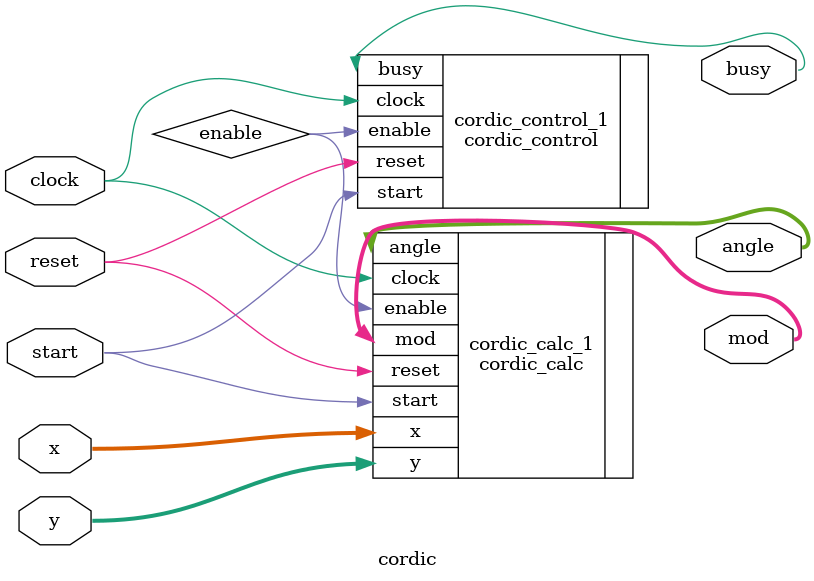
<source format=v>
/*

    Integrated Master in Electrical and Computer Engineering - FEUP
	
	EEC0055 - Digital Systems Design 2019/2020
	
	----------------------------------------------------------------------
	module phasecalc_all 
	
	Summary
	CORDIC vectoring mode - convert rectangular coords to polar coords
	
	----------------------------------------------------------------------	
	Date created: 1 Nov 2019
	Author: jca@fe.up.pt

	----------------------------------------------------------------------		
	This Verilog code is property of the University of Porto, Portugal
	Its utilization beyond the scope of the course Digital Systems Design
	(Projeto de Sistemas Digitais) of the Integrated Master in Electrical 
	and Computer Engineering requires explicit authorization from the author.

*/

module cordic( 
                input clock,
				input reset,
				input start,               // set to 1 for one clock to start 
				output busy,               // 1: module is busy and does not accept new inputs
				input  signed [15:0] x,    // X component, 6Q10
				input  signed [15:0] y,    // Y component, 6Q10
				output signed [15:0] angle,// Angle in degrees, 9Q7
				output signed [15:0] mod   // modulus, 6Q10
			  );
			  

// Instantiate the rec2pol module (datapath)
cordic_calc cordic_calc_1 (
		.clock(clock), 
		.reset(reset), 
		.start(start), 
		.enable(enable),
		.x(x), 
		.y(y), 
		.angle( angle ),
		.mod( mod )
	);
	
// Instantiate the controller
cordic_control cordic_control_1 (
		.clock(clock), 
		.reset(reset), 
		.start(start), 
		.busy(busy),
		.enable(enable)
		);
		
endmodule
</source>
